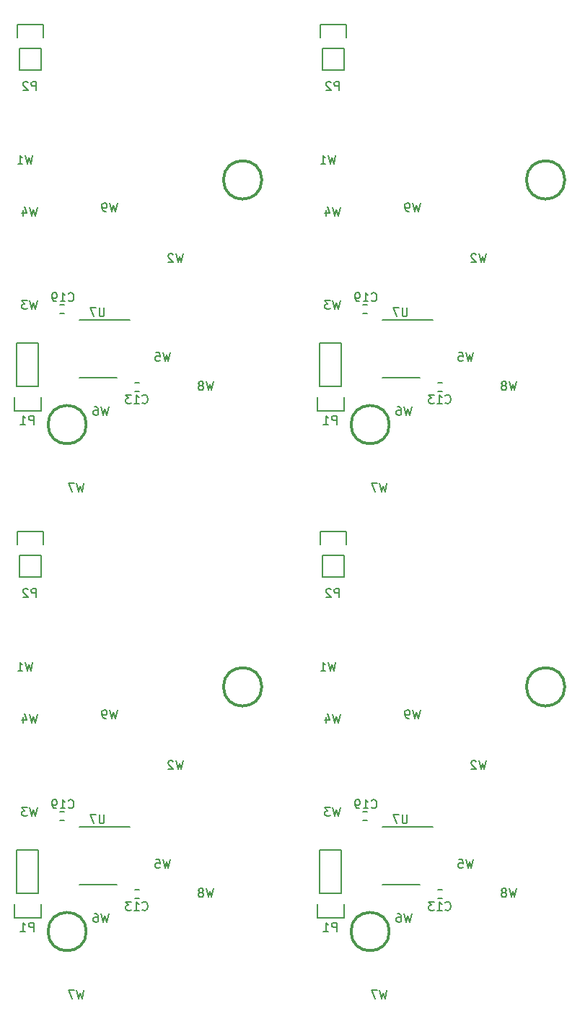
<source format=gbr>
G04 #@! TF.FileFunction,Legend,Bot*
%FSLAX46Y46*%
G04 Gerber Fmt 4.6, Leading zero omitted, Abs format (unit mm)*
G04 Created by KiCad (PCBNEW 0.201602161416+6560~42~ubuntu15.10.1-product) date Wed 17 Feb 2016 03:47:36 PM EST*
%MOMM*%
G01*
G04 APERTURE LIST*
%ADD10C,0.100000*%
%ADD11C,0.307000*%
%ADD12C,0.150000*%
%ADD13C,0.127000*%
G04 APERTURE END LIST*
D10*
D11*
X78153000Y-90854000D02*
G75*
G03X78153000Y-90854000I-2250000J0D01*
G01*
X57553000Y-119544000D02*
G75*
G03X57553000Y-119544000I-2250000J0D01*
G01*
D12*
X61182000Y-114043400D02*
X56732000Y-114043400D01*
X62707000Y-107293400D02*
X56732000Y-107293400D01*
X54936200Y-106469200D02*
X54436200Y-106469200D01*
X54436200Y-105519200D02*
X54936200Y-105519200D01*
X63775400Y-115613200D02*
X63275400Y-115613200D01*
X63275400Y-114663200D02*
X63775400Y-114663200D01*
X49707800Y-75463400D02*
X49707800Y-78003400D01*
X49427800Y-72643400D02*
X49427800Y-74193400D01*
X49707800Y-75463400D02*
X52247800Y-75463400D01*
X52527800Y-74193400D02*
X52527800Y-72643400D01*
X52527800Y-72643400D02*
X49427800Y-72643400D01*
X52247800Y-75463400D02*
X52247800Y-78003400D01*
X52247800Y-78003400D02*
X49707800Y-78003400D01*
X49403000Y-115087400D02*
X49403000Y-110007400D01*
X49403000Y-110007400D02*
X51943000Y-110007400D01*
X51943000Y-110007400D02*
X51943000Y-115087400D01*
X52223000Y-117907400D02*
X52223000Y-116357400D01*
X51943000Y-115087400D02*
X49403000Y-115087400D01*
X49123000Y-116357400D02*
X49123000Y-117907400D01*
X49123000Y-117907400D02*
X52223000Y-117907400D01*
D11*
X78153000Y-31418000D02*
G75*
G03X78153000Y-31418000I-2250000J0D01*
G01*
X57553000Y-60108000D02*
G75*
G03X57553000Y-60108000I-2250000J0D01*
G01*
D12*
X61182000Y-54607400D02*
X56732000Y-54607400D01*
X62707000Y-47857400D02*
X56732000Y-47857400D01*
X54936200Y-47033200D02*
X54436200Y-47033200D01*
X54436200Y-46083200D02*
X54936200Y-46083200D01*
X63775400Y-56177200D02*
X63275400Y-56177200D01*
X63275400Y-55227200D02*
X63775400Y-55227200D01*
X49707800Y-16027400D02*
X49707800Y-18567400D01*
X49427800Y-13207400D02*
X49427800Y-14757400D01*
X49707800Y-16027400D02*
X52247800Y-16027400D01*
X52527800Y-14757400D02*
X52527800Y-13207400D01*
X52527800Y-13207400D02*
X49427800Y-13207400D01*
X52247800Y-16027400D02*
X52247800Y-18567400D01*
X52247800Y-18567400D02*
X49707800Y-18567400D01*
X49403000Y-55651400D02*
X49403000Y-50571400D01*
X49403000Y-50571400D02*
X51943000Y-50571400D01*
X51943000Y-50571400D02*
X51943000Y-55651400D01*
X52223000Y-58471400D02*
X52223000Y-56921400D01*
X51943000Y-55651400D02*
X49403000Y-55651400D01*
X49123000Y-56921400D02*
X49123000Y-58471400D01*
X49123000Y-58471400D02*
X52223000Y-58471400D01*
D11*
X42593000Y-90854000D02*
G75*
G03X42593000Y-90854000I-2250000J0D01*
G01*
X21993000Y-119544000D02*
G75*
G03X21993000Y-119544000I-2250000J0D01*
G01*
D12*
X25622000Y-114043400D02*
X21172000Y-114043400D01*
X27147000Y-107293400D02*
X21172000Y-107293400D01*
X19376200Y-106469200D02*
X18876200Y-106469200D01*
X18876200Y-105519200D02*
X19376200Y-105519200D01*
X28215400Y-115613200D02*
X27715400Y-115613200D01*
X27715400Y-114663200D02*
X28215400Y-114663200D01*
X14147800Y-75463400D02*
X14147800Y-78003400D01*
X13867800Y-72643400D02*
X13867800Y-74193400D01*
X14147800Y-75463400D02*
X16687800Y-75463400D01*
X16967800Y-74193400D02*
X16967800Y-72643400D01*
X16967800Y-72643400D02*
X13867800Y-72643400D01*
X16687800Y-75463400D02*
X16687800Y-78003400D01*
X16687800Y-78003400D02*
X14147800Y-78003400D01*
X13843000Y-115087400D02*
X13843000Y-110007400D01*
X13843000Y-110007400D02*
X16383000Y-110007400D01*
X16383000Y-110007400D02*
X16383000Y-115087400D01*
X16663000Y-117907400D02*
X16663000Y-116357400D01*
X16383000Y-115087400D02*
X13843000Y-115087400D01*
X13563000Y-116357400D02*
X13563000Y-117907400D01*
X13563000Y-117907400D02*
X16663000Y-117907400D01*
X13843000Y-55651400D02*
X13843000Y-50571400D01*
X13843000Y-50571400D02*
X16383000Y-50571400D01*
X16383000Y-50571400D02*
X16383000Y-55651400D01*
X16663000Y-58471400D02*
X16663000Y-56921400D01*
X16383000Y-55651400D02*
X13843000Y-55651400D01*
X13563000Y-56921400D02*
X13563000Y-58471400D01*
X13563000Y-58471400D02*
X16663000Y-58471400D01*
X14147800Y-16027400D02*
X14147800Y-18567400D01*
X13867800Y-13207400D02*
X13867800Y-14757400D01*
X14147800Y-16027400D02*
X16687800Y-16027400D01*
X16967800Y-14757400D02*
X16967800Y-13207400D01*
X16967800Y-13207400D02*
X13867800Y-13207400D01*
X16687800Y-16027400D02*
X16687800Y-18567400D01*
X16687800Y-18567400D02*
X14147800Y-18567400D01*
X28215400Y-56177200D02*
X27715400Y-56177200D01*
X27715400Y-55227200D02*
X28215400Y-55227200D01*
X19376200Y-47033200D02*
X18876200Y-47033200D01*
X18876200Y-46083200D02*
X19376200Y-46083200D01*
X25622000Y-54607400D02*
X21172000Y-54607400D01*
X27147000Y-47857400D02*
X21172000Y-47857400D01*
D11*
X42593000Y-31418000D02*
G75*
G03X42593000Y-31418000I-2250000J0D01*
G01*
X21993000Y-60108000D02*
G75*
G03X21993000Y-60108000I-2250000J0D01*
G01*
D12*
X51272962Y-87971381D02*
X51034867Y-88971381D01*
X50844390Y-88257095D01*
X50653914Y-88971381D01*
X50415819Y-87971381D01*
X49511057Y-88971381D02*
X50082486Y-88971381D01*
X49796772Y-88971381D02*
X49796772Y-87971381D01*
X49892010Y-88114238D01*
X49987248Y-88209476D01*
X50082486Y-88257095D01*
D13*
X59651295Y-105869619D02*
X59651295Y-106692095D01*
X59602914Y-106788857D01*
X59554533Y-106837238D01*
X59457771Y-106885619D01*
X59264248Y-106885619D01*
X59167486Y-106837238D01*
X59119105Y-106788857D01*
X59070724Y-106692095D01*
X59070724Y-105869619D01*
X58683676Y-105869619D02*
X58006343Y-105869619D01*
X58441771Y-106885619D01*
X61193438Y-93550619D02*
X60951533Y-94566619D01*
X60758010Y-93840905D01*
X60564486Y-94566619D01*
X60322581Y-93550619D01*
X59887152Y-94566619D02*
X59693628Y-94566619D01*
X59596867Y-94518238D01*
X59548486Y-94469857D01*
X59451724Y-94324714D01*
X59403343Y-94131190D01*
X59403343Y-93744143D01*
X59451724Y-93647381D01*
X59500105Y-93599000D01*
X59596867Y-93550619D01*
X59790390Y-93550619D01*
X59887152Y-93599000D01*
X59935533Y-93647381D01*
X59983914Y-93744143D01*
X59983914Y-93986048D01*
X59935533Y-94082810D01*
X59887152Y-94131190D01*
X59790390Y-94179571D01*
X59596867Y-94179571D01*
X59500105Y-94131190D01*
X59451724Y-94082810D01*
X59403343Y-93986048D01*
X51795438Y-104980619D02*
X51553533Y-105996619D01*
X51360010Y-105270905D01*
X51166486Y-105996619D01*
X50924581Y-104980619D01*
X50634295Y-104980619D02*
X50005343Y-104980619D01*
X50344009Y-105367667D01*
X50198867Y-105367667D01*
X50102105Y-105416048D01*
X50053724Y-105464429D01*
X50005343Y-105561190D01*
X50005343Y-105803095D01*
X50053724Y-105899857D01*
X50102105Y-105948238D01*
X50198867Y-105996619D01*
X50489152Y-105996619D01*
X50585914Y-105948238D01*
X50634295Y-105899857D01*
X55466343Y-105010857D02*
X55514724Y-105059238D01*
X55659867Y-105107619D01*
X55756629Y-105107619D01*
X55901771Y-105059238D01*
X55998533Y-104962476D01*
X56046914Y-104865714D01*
X56095295Y-104672190D01*
X56095295Y-104527048D01*
X56046914Y-104333524D01*
X55998533Y-104236762D01*
X55901771Y-104140000D01*
X55756629Y-104091619D01*
X55659867Y-104091619D01*
X55514724Y-104140000D01*
X55466343Y-104188381D01*
X54498724Y-105107619D02*
X55079295Y-105107619D01*
X54789009Y-105107619D02*
X54789009Y-104091619D01*
X54885771Y-104236762D01*
X54982533Y-104333524D01*
X55079295Y-104381905D01*
X54014914Y-105107619D02*
X53821390Y-105107619D01*
X53724629Y-105059238D01*
X53676248Y-105010857D01*
X53579486Y-104865714D01*
X53531105Y-104672190D01*
X53531105Y-104285143D01*
X53579486Y-104188381D01*
X53627867Y-104140000D01*
X53724629Y-104091619D01*
X53918152Y-104091619D01*
X54014914Y-104140000D01*
X54063295Y-104188381D01*
X54111676Y-104285143D01*
X54111676Y-104527048D01*
X54063295Y-104623810D01*
X54014914Y-104672190D01*
X53918152Y-104720571D01*
X53724629Y-104720571D01*
X53627867Y-104672190D01*
X53579486Y-104623810D01*
X53531105Y-104527048D01*
X64127743Y-116974257D02*
X64176124Y-117022638D01*
X64321267Y-117071019D01*
X64418029Y-117071019D01*
X64563171Y-117022638D01*
X64659933Y-116925876D01*
X64708314Y-116829114D01*
X64756695Y-116635590D01*
X64756695Y-116490448D01*
X64708314Y-116296924D01*
X64659933Y-116200162D01*
X64563171Y-116103400D01*
X64418029Y-116055019D01*
X64321267Y-116055019D01*
X64176124Y-116103400D01*
X64127743Y-116151781D01*
X63160124Y-117071019D02*
X63740695Y-117071019D01*
X63450409Y-117071019D02*
X63450409Y-116055019D01*
X63547171Y-116200162D01*
X63643933Y-116296924D01*
X63740695Y-116345305D01*
X62821457Y-116055019D02*
X62192505Y-116055019D01*
X62531171Y-116442067D01*
X62386029Y-116442067D01*
X62289267Y-116490448D01*
X62240886Y-116538829D01*
X62192505Y-116635590D01*
X62192505Y-116877495D01*
X62240886Y-116974257D01*
X62289267Y-117022638D01*
X62386029Y-117071019D01*
X62676314Y-117071019D01*
X62773076Y-117022638D01*
X62821457Y-116974257D01*
X51676904Y-80342619D02*
X51676904Y-79326619D01*
X51289857Y-79326619D01*
X51193095Y-79375000D01*
X51144714Y-79423381D01*
X51096333Y-79520143D01*
X51096333Y-79665286D01*
X51144714Y-79762048D01*
X51193095Y-79810429D01*
X51289857Y-79858810D01*
X51676904Y-79858810D01*
X50709285Y-79423381D02*
X50660904Y-79375000D01*
X50564142Y-79326619D01*
X50322238Y-79326619D01*
X50225476Y-79375000D01*
X50177095Y-79423381D01*
X50128714Y-79520143D01*
X50128714Y-79616905D01*
X50177095Y-79762048D01*
X50757666Y-80342619D01*
X50128714Y-80342619D01*
X72496438Y-114505619D02*
X72254533Y-115521619D01*
X72061010Y-114795905D01*
X71867486Y-115521619D01*
X71625581Y-114505619D01*
X71093390Y-114941048D02*
X71190152Y-114892667D01*
X71238533Y-114844286D01*
X71286914Y-114747524D01*
X71286914Y-114699143D01*
X71238533Y-114602381D01*
X71190152Y-114554000D01*
X71093390Y-114505619D01*
X70899867Y-114505619D01*
X70803105Y-114554000D01*
X70754724Y-114602381D01*
X70706343Y-114699143D01*
X70706343Y-114747524D01*
X70754724Y-114844286D01*
X70803105Y-114892667D01*
X70899867Y-114941048D01*
X71093390Y-114941048D01*
X71190152Y-114989429D01*
X71238533Y-115037810D01*
X71286914Y-115134571D01*
X71286914Y-115328095D01*
X71238533Y-115424857D01*
X71190152Y-115473238D01*
X71093390Y-115521619D01*
X70899867Y-115521619D01*
X70803105Y-115473238D01*
X70754724Y-115424857D01*
X70706343Y-115328095D01*
X70706343Y-115134571D01*
X70754724Y-115037810D01*
X70803105Y-114989429D01*
X70899867Y-114941048D01*
X57281838Y-126443619D02*
X57039933Y-127459619D01*
X56846410Y-126733905D01*
X56652886Y-127459619D01*
X56410981Y-126443619D01*
X56120695Y-126443619D02*
X55443362Y-126443619D01*
X55878790Y-127459619D01*
X60177438Y-117426619D02*
X59935533Y-118442619D01*
X59742010Y-117716905D01*
X59548486Y-118442619D01*
X59306581Y-117426619D01*
X58484105Y-117426619D02*
X58677628Y-117426619D01*
X58774390Y-117475000D01*
X58822771Y-117523381D01*
X58919533Y-117668524D01*
X58967914Y-117862048D01*
X58967914Y-118249095D01*
X58919533Y-118345857D01*
X58871152Y-118394238D01*
X58774390Y-118442619D01*
X58580867Y-118442619D01*
X58484105Y-118394238D01*
X58435724Y-118345857D01*
X58387343Y-118249095D01*
X58387343Y-118007190D01*
X58435724Y-117910429D01*
X58484105Y-117862048D01*
X58580867Y-117813667D01*
X58774390Y-117813667D01*
X58871152Y-117862048D01*
X58919533Y-117910429D01*
X58967914Y-118007190D01*
X67416438Y-111076619D02*
X67174533Y-112092619D01*
X66981010Y-111366905D01*
X66787486Y-112092619D01*
X66545581Y-111076619D01*
X65674724Y-111076619D02*
X66158533Y-111076619D01*
X66206914Y-111560429D01*
X66158533Y-111512048D01*
X66061771Y-111463667D01*
X65819867Y-111463667D01*
X65723105Y-111512048D01*
X65674724Y-111560429D01*
X65626343Y-111657190D01*
X65626343Y-111899095D01*
X65674724Y-111995857D01*
X65723105Y-112044238D01*
X65819867Y-112092619D01*
X66061771Y-112092619D01*
X66158533Y-112044238D01*
X66206914Y-111995857D01*
X51795438Y-94058619D02*
X51553533Y-95074619D01*
X51360010Y-94348905D01*
X51166486Y-95074619D01*
X50924581Y-94058619D01*
X50102105Y-94397286D02*
X50102105Y-95074619D01*
X50344009Y-94010238D02*
X50585914Y-94735952D01*
X49956962Y-94735952D01*
X68940438Y-99519619D02*
X68698533Y-100535619D01*
X68505010Y-99809905D01*
X68311486Y-100535619D01*
X68069581Y-99519619D01*
X67730914Y-99616381D02*
X67682533Y-99568000D01*
X67585771Y-99519619D01*
X67343867Y-99519619D01*
X67247105Y-99568000D01*
X67198724Y-99616381D01*
X67150343Y-99713143D01*
X67150343Y-99809905D01*
X67198724Y-99955048D01*
X67779295Y-100535619D01*
X67150343Y-100535619D01*
X51372104Y-119509419D02*
X51372104Y-118493419D01*
X50985057Y-118493419D01*
X50888295Y-118541800D01*
X50839914Y-118590181D01*
X50791533Y-118686943D01*
X50791533Y-118832086D01*
X50839914Y-118928848D01*
X50888295Y-118977229D01*
X50985057Y-119025610D01*
X51372104Y-119025610D01*
X49823914Y-119509419D02*
X50404485Y-119509419D01*
X50114199Y-119509419D02*
X50114199Y-118493419D01*
X50210961Y-118638562D01*
X50307723Y-118735324D01*
X50404485Y-118783705D01*
D12*
X51272962Y-28535381D02*
X51034867Y-29535381D01*
X50844390Y-28821095D01*
X50653914Y-29535381D01*
X50415819Y-28535381D01*
X49511057Y-29535381D02*
X50082486Y-29535381D01*
X49796772Y-29535381D02*
X49796772Y-28535381D01*
X49892010Y-28678238D01*
X49987248Y-28773476D01*
X50082486Y-28821095D01*
D13*
X59651295Y-46433619D02*
X59651295Y-47256095D01*
X59602914Y-47352857D01*
X59554533Y-47401238D01*
X59457771Y-47449619D01*
X59264248Y-47449619D01*
X59167486Y-47401238D01*
X59119105Y-47352857D01*
X59070724Y-47256095D01*
X59070724Y-46433619D01*
X58683676Y-46433619D02*
X58006343Y-46433619D01*
X58441771Y-47449619D01*
X61193438Y-34114619D02*
X60951533Y-35130619D01*
X60758010Y-34404905D01*
X60564486Y-35130619D01*
X60322581Y-34114619D01*
X59887152Y-35130619D02*
X59693628Y-35130619D01*
X59596867Y-35082238D01*
X59548486Y-35033857D01*
X59451724Y-34888714D01*
X59403343Y-34695190D01*
X59403343Y-34308143D01*
X59451724Y-34211381D01*
X59500105Y-34163000D01*
X59596867Y-34114619D01*
X59790390Y-34114619D01*
X59887152Y-34163000D01*
X59935533Y-34211381D01*
X59983914Y-34308143D01*
X59983914Y-34550048D01*
X59935533Y-34646810D01*
X59887152Y-34695190D01*
X59790390Y-34743571D01*
X59596867Y-34743571D01*
X59500105Y-34695190D01*
X59451724Y-34646810D01*
X59403343Y-34550048D01*
X51795438Y-45544619D02*
X51553533Y-46560619D01*
X51360010Y-45834905D01*
X51166486Y-46560619D01*
X50924581Y-45544619D01*
X50634295Y-45544619D02*
X50005343Y-45544619D01*
X50344009Y-45931667D01*
X50198867Y-45931667D01*
X50102105Y-45980048D01*
X50053724Y-46028429D01*
X50005343Y-46125190D01*
X50005343Y-46367095D01*
X50053724Y-46463857D01*
X50102105Y-46512238D01*
X50198867Y-46560619D01*
X50489152Y-46560619D01*
X50585914Y-46512238D01*
X50634295Y-46463857D01*
X55466343Y-45574857D02*
X55514724Y-45623238D01*
X55659867Y-45671619D01*
X55756629Y-45671619D01*
X55901771Y-45623238D01*
X55998533Y-45526476D01*
X56046914Y-45429714D01*
X56095295Y-45236190D01*
X56095295Y-45091048D01*
X56046914Y-44897524D01*
X55998533Y-44800762D01*
X55901771Y-44704000D01*
X55756629Y-44655619D01*
X55659867Y-44655619D01*
X55514724Y-44704000D01*
X55466343Y-44752381D01*
X54498724Y-45671619D02*
X55079295Y-45671619D01*
X54789009Y-45671619D02*
X54789009Y-44655619D01*
X54885771Y-44800762D01*
X54982533Y-44897524D01*
X55079295Y-44945905D01*
X54014914Y-45671619D02*
X53821390Y-45671619D01*
X53724629Y-45623238D01*
X53676248Y-45574857D01*
X53579486Y-45429714D01*
X53531105Y-45236190D01*
X53531105Y-44849143D01*
X53579486Y-44752381D01*
X53627867Y-44704000D01*
X53724629Y-44655619D01*
X53918152Y-44655619D01*
X54014914Y-44704000D01*
X54063295Y-44752381D01*
X54111676Y-44849143D01*
X54111676Y-45091048D01*
X54063295Y-45187810D01*
X54014914Y-45236190D01*
X53918152Y-45284571D01*
X53724629Y-45284571D01*
X53627867Y-45236190D01*
X53579486Y-45187810D01*
X53531105Y-45091048D01*
X64127743Y-57538257D02*
X64176124Y-57586638D01*
X64321267Y-57635019D01*
X64418029Y-57635019D01*
X64563171Y-57586638D01*
X64659933Y-57489876D01*
X64708314Y-57393114D01*
X64756695Y-57199590D01*
X64756695Y-57054448D01*
X64708314Y-56860924D01*
X64659933Y-56764162D01*
X64563171Y-56667400D01*
X64418029Y-56619019D01*
X64321267Y-56619019D01*
X64176124Y-56667400D01*
X64127743Y-56715781D01*
X63160124Y-57635019D02*
X63740695Y-57635019D01*
X63450409Y-57635019D02*
X63450409Y-56619019D01*
X63547171Y-56764162D01*
X63643933Y-56860924D01*
X63740695Y-56909305D01*
X62821457Y-56619019D02*
X62192505Y-56619019D01*
X62531171Y-57006067D01*
X62386029Y-57006067D01*
X62289267Y-57054448D01*
X62240886Y-57102829D01*
X62192505Y-57199590D01*
X62192505Y-57441495D01*
X62240886Y-57538257D01*
X62289267Y-57586638D01*
X62386029Y-57635019D01*
X62676314Y-57635019D01*
X62773076Y-57586638D01*
X62821457Y-57538257D01*
X51676904Y-20906619D02*
X51676904Y-19890619D01*
X51289857Y-19890619D01*
X51193095Y-19939000D01*
X51144714Y-19987381D01*
X51096333Y-20084143D01*
X51096333Y-20229286D01*
X51144714Y-20326048D01*
X51193095Y-20374429D01*
X51289857Y-20422810D01*
X51676904Y-20422810D01*
X50709285Y-19987381D02*
X50660904Y-19939000D01*
X50564142Y-19890619D01*
X50322238Y-19890619D01*
X50225476Y-19939000D01*
X50177095Y-19987381D01*
X50128714Y-20084143D01*
X50128714Y-20180905D01*
X50177095Y-20326048D01*
X50757666Y-20906619D01*
X50128714Y-20906619D01*
X72496438Y-55069619D02*
X72254533Y-56085619D01*
X72061010Y-55359905D01*
X71867486Y-56085619D01*
X71625581Y-55069619D01*
X71093390Y-55505048D02*
X71190152Y-55456667D01*
X71238533Y-55408286D01*
X71286914Y-55311524D01*
X71286914Y-55263143D01*
X71238533Y-55166381D01*
X71190152Y-55118000D01*
X71093390Y-55069619D01*
X70899867Y-55069619D01*
X70803105Y-55118000D01*
X70754724Y-55166381D01*
X70706343Y-55263143D01*
X70706343Y-55311524D01*
X70754724Y-55408286D01*
X70803105Y-55456667D01*
X70899867Y-55505048D01*
X71093390Y-55505048D01*
X71190152Y-55553429D01*
X71238533Y-55601810D01*
X71286914Y-55698571D01*
X71286914Y-55892095D01*
X71238533Y-55988857D01*
X71190152Y-56037238D01*
X71093390Y-56085619D01*
X70899867Y-56085619D01*
X70803105Y-56037238D01*
X70754724Y-55988857D01*
X70706343Y-55892095D01*
X70706343Y-55698571D01*
X70754724Y-55601810D01*
X70803105Y-55553429D01*
X70899867Y-55505048D01*
X57281838Y-67007619D02*
X57039933Y-68023619D01*
X56846410Y-67297905D01*
X56652886Y-68023619D01*
X56410981Y-67007619D01*
X56120695Y-67007619D02*
X55443362Y-67007619D01*
X55878790Y-68023619D01*
X60177438Y-57990619D02*
X59935533Y-59006619D01*
X59742010Y-58280905D01*
X59548486Y-59006619D01*
X59306581Y-57990619D01*
X58484105Y-57990619D02*
X58677628Y-57990619D01*
X58774390Y-58039000D01*
X58822771Y-58087381D01*
X58919533Y-58232524D01*
X58967914Y-58426048D01*
X58967914Y-58813095D01*
X58919533Y-58909857D01*
X58871152Y-58958238D01*
X58774390Y-59006619D01*
X58580867Y-59006619D01*
X58484105Y-58958238D01*
X58435724Y-58909857D01*
X58387343Y-58813095D01*
X58387343Y-58571190D01*
X58435724Y-58474429D01*
X58484105Y-58426048D01*
X58580867Y-58377667D01*
X58774390Y-58377667D01*
X58871152Y-58426048D01*
X58919533Y-58474429D01*
X58967914Y-58571190D01*
X67416438Y-51640619D02*
X67174533Y-52656619D01*
X66981010Y-51930905D01*
X66787486Y-52656619D01*
X66545581Y-51640619D01*
X65674724Y-51640619D02*
X66158533Y-51640619D01*
X66206914Y-52124429D01*
X66158533Y-52076048D01*
X66061771Y-52027667D01*
X65819867Y-52027667D01*
X65723105Y-52076048D01*
X65674724Y-52124429D01*
X65626343Y-52221190D01*
X65626343Y-52463095D01*
X65674724Y-52559857D01*
X65723105Y-52608238D01*
X65819867Y-52656619D01*
X66061771Y-52656619D01*
X66158533Y-52608238D01*
X66206914Y-52559857D01*
X51795438Y-34622619D02*
X51553533Y-35638619D01*
X51360010Y-34912905D01*
X51166486Y-35638619D01*
X50924581Y-34622619D01*
X50102105Y-34961286D02*
X50102105Y-35638619D01*
X50344009Y-34574238D02*
X50585914Y-35299952D01*
X49956962Y-35299952D01*
X68940438Y-40083619D02*
X68698533Y-41099619D01*
X68505010Y-40373905D01*
X68311486Y-41099619D01*
X68069581Y-40083619D01*
X67730914Y-40180381D02*
X67682533Y-40132000D01*
X67585771Y-40083619D01*
X67343867Y-40083619D01*
X67247105Y-40132000D01*
X67198724Y-40180381D01*
X67150343Y-40277143D01*
X67150343Y-40373905D01*
X67198724Y-40519048D01*
X67779295Y-41099619D01*
X67150343Y-41099619D01*
X51372104Y-60073419D02*
X51372104Y-59057419D01*
X50985057Y-59057419D01*
X50888295Y-59105800D01*
X50839914Y-59154181D01*
X50791533Y-59250943D01*
X50791533Y-59396086D01*
X50839914Y-59492848D01*
X50888295Y-59541229D01*
X50985057Y-59589610D01*
X51372104Y-59589610D01*
X49823914Y-60073419D02*
X50404485Y-60073419D01*
X50114199Y-60073419D02*
X50114199Y-59057419D01*
X50210961Y-59202562D01*
X50307723Y-59299324D01*
X50404485Y-59347705D01*
D12*
X15712962Y-87971381D02*
X15474867Y-88971381D01*
X15284390Y-88257095D01*
X15093914Y-88971381D01*
X14855819Y-87971381D01*
X13951057Y-88971381D02*
X14522486Y-88971381D01*
X14236772Y-88971381D02*
X14236772Y-87971381D01*
X14332010Y-88114238D01*
X14427248Y-88209476D01*
X14522486Y-88257095D01*
D13*
X24091295Y-105869619D02*
X24091295Y-106692095D01*
X24042914Y-106788857D01*
X23994533Y-106837238D01*
X23897771Y-106885619D01*
X23704248Y-106885619D01*
X23607486Y-106837238D01*
X23559105Y-106788857D01*
X23510724Y-106692095D01*
X23510724Y-105869619D01*
X23123676Y-105869619D02*
X22446343Y-105869619D01*
X22881771Y-106885619D01*
X25633438Y-93550619D02*
X25391533Y-94566619D01*
X25198010Y-93840905D01*
X25004486Y-94566619D01*
X24762581Y-93550619D01*
X24327152Y-94566619D02*
X24133628Y-94566619D01*
X24036867Y-94518238D01*
X23988486Y-94469857D01*
X23891724Y-94324714D01*
X23843343Y-94131190D01*
X23843343Y-93744143D01*
X23891724Y-93647381D01*
X23940105Y-93599000D01*
X24036867Y-93550619D01*
X24230390Y-93550619D01*
X24327152Y-93599000D01*
X24375533Y-93647381D01*
X24423914Y-93744143D01*
X24423914Y-93986048D01*
X24375533Y-94082810D01*
X24327152Y-94131190D01*
X24230390Y-94179571D01*
X24036867Y-94179571D01*
X23940105Y-94131190D01*
X23891724Y-94082810D01*
X23843343Y-93986048D01*
X16235438Y-104980619D02*
X15993533Y-105996619D01*
X15800010Y-105270905D01*
X15606486Y-105996619D01*
X15364581Y-104980619D01*
X15074295Y-104980619D02*
X14445343Y-104980619D01*
X14784009Y-105367667D01*
X14638867Y-105367667D01*
X14542105Y-105416048D01*
X14493724Y-105464429D01*
X14445343Y-105561190D01*
X14445343Y-105803095D01*
X14493724Y-105899857D01*
X14542105Y-105948238D01*
X14638867Y-105996619D01*
X14929152Y-105996619D01*
X15025914Y-105948238D01*
X15074295Y-105899857D01*
X19906343Y-105010857D02*
X19954724Y-105059238D01*
X20099867Y-105107619D01*
X20196629Y-105107619D01*
X20341771Y-105059238D01*
X20438533Y-104962476D01*
X20486914Y-104865714D01*
X20535295Y-104672190D01*
X20535295Y-104527048D01*
X20486914Y-104333524D01*
X20438533Y-104236762D01*
X20341771Y-104140000D01*
X20196629Y-104091619D01*
X20099867Y-104091619D01*
X19954724Y-104140000D01*
X19906343Y-104188381D01*
X18938724Y-105107619D02*
X19519295Y-105107619D01*
X19229009Y-105107619D02*
X19229009Y-104091619D01*
X19325771Y-104236762D01*
X19422533Y-104333524D01*
X19519295Y-104381905D01*
X18454914Y-105107619D02*
X18261390Y-105107619D01*
X18164629Y-105059238D01*
X18116248Y-105010857D01*
X18019486Y-104865714D01*
X17971105Y-104672190D01*
X17971105Y-104285143D01*
X18019486Y-104188381D01*
X18067867Y-104140000D01*
X18164629Y-104091619D01*
X18358152Y-104091619D01*
X18454914Y-104140000D01*
X18503295Y-104188381D01*
X18551676Y-104285143D01*
X18551676Y-104527048D01*
X18503295Y-104623810D01*
X18454914Y-104672190D01*
X18358152Y-104720571D01*
X18164629Y-104720571D01*
X18067867Y-104672190D01*
X18019486Y-104623810D01*
X17971105Y-104527048D01*
X28567743Y-116974257D02*
X28616124Y-117022638D01*
X28761267Y-117071019D01*
X28858029Y-117071019D01*
X29003171Y-117022638D01*
X29099933Y-116925876D01*
X29148314Y-116829114D01*
X29196695Y-116635590D01*
X29196695Y-116490448D01*
X29148314Y-116296924D01*
X29099933Y-116200162D01*
X29003171Y-116103400D01*
X28858029Y-116055019D01*
X28761267Y-116055019D01*
X28616124Y-116103400D01*
X28567743Y-116151781D01*
X27600124Y-117071019D02*
X28180695Y-117071019D01*
X27890409Y-117071019D02*
X27890409Y-116055019D01*
X27987171Y-116200162D01*
X28083933Y-116296924D01*
X28180695Y-116345305D01*
X27261457Y-116055019D02*
X26632505Y-116055019D01*
X26971171Y-116442067D01*
X26826029Y-116442067D01*
X26729267Y-116490448D01*
X26680886Y-116538829D01*
X26632505Y-116635590D01*
X26632505Y-116877495D01*
X26680886Y-116974257D01*
X26729267Y-117022638D01*
X26826029Y-117071019D01*
X27116314Y-117071019D01*
X27213076Y-117022638D01*
X27261457Y-116974257D01*
X16116904Y-80342619D02*
X16116904Y-79326619D01*
X15729857Y-79326619D01*
X15633095Y-79375000D01*
X15584714Y-79423381D01*
X15536333Y-79520143D01*
X15536333Y-79665286D01*
X15584714Y-79762048D01*
X15633095Y-79810429D01*
X15729857Y-79858810D01*
X16116904Y-79858810D01*
X15149285Y-79423381D02*
X15100904Y-79375000D01*
X15004142Y-79326619D01*
X14762238Y-79326619D01*
X14665476Y-79375000D01*
X14617095Y-79423381D01*
X14568714Y-79520143D01*
X14568714Y-79616905D01*
X14617095Y-79762048D01*
X15197666Y-80342619D01*
X14568714Y-80342619D01*
X36936438Y-114505619D02*
X36694533Y-115521619D01*
X36501010Y-114795905D01*
X36307486Y-115521619D01*
X36065581Y-114505619D01*
X35533390Y-114941048D02*
X35630152Y-114892667D01*
X35678533Y-114844286D01*
X35726914Y-114747524D01*
X35726914Y-114699143D01*
X35678533Y-114602381D01*
X35630152Y-114554000D01*
X35533390Y-114505619D01*
X35339867Y-114505619D01*
X35243105Y-114554000D01*
X35194724Y-114602381D01*
X35146343Y-114699143D01*
X35146343Y-114747524D01*
X35194724Y-114844286D01*
X35243105Y-114892667D01*
X35339867Y-114941048D01*
X35533390Y-114941048D01*
X35630152Y-114989429D01*
X35678533Y-115037810D01*
X35726914Y-115134571D01*
X35726914Y-115328095D01*
X35678533Y-115424857D01*
X35630152Y-115473238D01*
X35533390Y-115521619D01*
X35339867Y-115521619D01*
X35243105Y-115473238D01*
X35194724Y-115424857D01*
X35146343Y-115328095D01*
X35146343Y-115134571D01*
X35194724Y-115037810D01*
X35243105Y-114989429D01*
X35339867Y-114941048D01*
X21721838Y-126443619D02*
X21479933Y-127459619D01*
X21286410Y-126733905D01*
X21092886Y-127459619D01*
X20850981Y-126443619D01*
X20560695Y-126443619D02*
X19883362Y-126443619D01*
X20318790Y-127459619D01*
X24617438Y-117426619D02*
X24375533Y-118442619D01*
X24182010Y-117716905D01*
X23988486Y-118442619D01*
X23746581Y-117426619D01*
X22924105Y-117426619D02*
X23117628Y-117426619D01*
X23214390Y-117475000D01*
X23262771Y-117523381D01*
X23359533Y-117668524D01*
X23407914Y-117862048D01*
X23407914Y-118249095D01*
X23359533Y-118345857D01*
X23311152Y-118394238D01*
X23214390Y-118442619D01*
X23020867Y-118442619D01*
X22924105Y-118394238D01*
X22875724Y-118345857D01*
X22827343Y-118249095D01*
X22827343Y-118007190D01*
X22875724Y-117910429D01*
X22924105Y-117862048D01*
X23020867Y-117813667D01*
X23214390Y-117813667D01*
X23311152Y-117862048D01*
X23359533Y-117910429D01*
X23407914Y-118007190D01*
X31856438Y-111076619D02*
X31614533Y-112092619D01*
X31421010Y-111366905D01*
X31227486Y-112092619D01*
X30985581Y-111076619D01*
X30114724Y-111076619D02*
X30598533Y-111076619D01*
X30646914Y-111560429D01*
X30598533Y-111512048D01*
X30501771Y-111463667D01*
X30259867Y-111463667D01*
X30163105Y-111512048D01*
X30114724Y-111560429D01*
X30066343Y-111657190D01*
X30066343Y-111899095D01*
X30114724Y-111995857D01*
X30163105Y-112044238D01*
X30259867Y-112092619D01*
X30501771Y-112092619D01*
X30598533Y-112044238D01*
X30646914Y-111995857D01*
X16235438Y-94058619D02*
X15993533Y-95074619D01*
X15800010Y-94348905D01*
X15606486Y-95074619D01*
X15364581Y-94058619D01*
X14542105Y-94397286D02*
X14542105Y-95074619D01*
X14784009Y-94010238D02*
X15025914Y-94735952D01*
X14396962Y-94735952D01*
X33380438Y-99519619D02*
X33138533Y-100535619D01*
X32945010Y-99809905D01*
X32751486Y-100535619D01*
X32509581Y-99519619D01*
X32170914Y-99616381D02*
X32122533Y-99568000D01*
X32025771Y-99519619D01*
X31783867Y-99519619D01*
X31687105Y-99568000D01*
X31638724Y-99616381D01*
X31590343Y-99713143D01*
X31590343Y-99809905D01*
X31638724Y-99955048D01*
X32219295Y-100535619D01*
X31590343Y-100535619D01*
X15812104Y-119509419D02*
X15812104Y-118493419D01*
X15425057Y-118493419D01*
X15328295Y-118541800D01*
X15279914Y-118590181D01*
X15231533Y-118686943D01*
X15231533Y-118832086D01*
X15279914Y-118928848D01*
X15328295Y-118977229D01*
X15425057Y-119025610D01*
X15812104Y-119025610D01*
X14263914Y-119509419D02*
X14844485Y-119509419D01*
X14554199Y-119509419D02*
X14554199Y-118493419D01*
X14650961Y-118638562D01*
X14747723Y-118735324D01*
X14844485Y-118783705D01*
X15812104Y-60073419D02*
X15812104Y-59057419D01*
X15425057Y-59057419D01*
X15328295Y-59105800D01*
X15279914Y-59154181D01*
X15231533Y-59250943D01*
X15231533Y-59396086D01*
X15279914Y-59492848D01*
X15328295Y-59541229D01*
X15425057Y-59589610D01*
X15812104Y-59589610D01*
X14263914Y-60073419D02*
X14844485Y-60073419D01*
X14554199Y-60073419D02*
X14554199Y-59057419D01*
X14650961Y-59202562D01*
X14747723Y-59299324D01*
X14844485Y-59347705D01*
X33380438Y-40083619D02*
X33138533Y-41099619D01*
X32945010Y-40373905D01*
X32751486Y-41099619D01*
X32509581Y-40083619D01*
X32170914Y-40180381D02*
X32122533Y-40132000D01*
X32025771Y-40083619D01*
X31783867Y-40083619D01*
X31687105Y-40132000D01*
X31638724Y-40180381D01*
X31590343Y-40277143D01*
X31590343Y-40373905D01*
X31638724Y-40519048D01*
X32219295Y-41099619D01*
X31590343Y-41099619D01*
X16235438Y-34622619D02*
X15993533Y-35638619D01*
X15800010Y-34912905D01*
X15606486Y-35638619D01*
X15364581Y-34622619D01*
X14542105Y-34961286D02*
X14542105Y-35638619D01*
X14784009Y-34574238D02*
X15025914Y-35299952D01*
X14396962Y-35299952D01*
X31856438Y-51640619D02*
X31614533Y-52656619D01*
X31421010Y-51930905D01*
X31227486Y-52656619D01*
X30985581Y-51640619D01*
X30114724Y-51640619D02*
X30598533Y-51640619D01*
X30646914Y-52124429D01*
X30598533Y-52076048D01*
X30501771Y-52027667D01*
X30259867Y-52027667D01*
X30163105Y-52076048D01*
X30114724Y-52124429D01*
X30066343Y-52221190D01*
X30066343Y-52463095D01*
X30114724Y-52559857D01*
X30163105Y-52608238D01*
X30259867Y-52656619D01*
X30501771Y-52656619D01*
X30598533Y-52608238D01*
X30646914Y-52559857D01*
X24617438Y-57990619D02*
X24375533Y-59006619D01*
X24182010Y-58280905D01*
X23988486Y-59006619D01*
X23746581Y-57990619D01*
X22924105Y-57990619D02*
X23117628Y-57990619D01*
X23214390Y-58039000D01*
X23262771Y-58087381D01*
X23359533Y-58232524D01*
X23407914Y-58426048D01*
X23407914Y-58813095D01*
X23359533Y-58909857D01*
X23311152Y-58958238D01*
X23214390Y-59006619D01*
X23020867Y-59006619D01*
X22924105Y-58958238D01*
X22875724Y-58909857D01*
X22827343Y-58813095D01*
X22827343Y-58571190D01*
X22875724Y-58474429D01*
X22924105Y-58426048D01*
X23020867Y-58377667D01*
X23214390Y-58377667D01*
X23311152Y-58426048D01*
X23359533Y-58474429D01*
X23407914Y-58571190D01*
X21721838Y-67007619D02*
X21479933Y-68023619D01*
X21286410Y-67297905D01*
X21092886Y-68023619D01*
X20850981Y-67007619D01*
X20560695Y-67007619D02*
X19883362Y-67007619D01*
X20318790Y-68023619D01*
X36936438Y-55069619D02*
X36694533Y-56085619D01*
X36501010Y-55359905D01*
X36307486Y-56085619D01*
X36065581Y-55069619D01*
X35533390Y-55505048D02*
X35630152Y-55456667D01*
X35678533Y-55408286D01*
X35726914Y-55311524D01*
X35726914Y-55263143D01*
X35678533Y-55166381D01*
X35630152Y-55118000D01*
X35533390Y-55069619D01*
X35339867Y-55069619D01*
X35243105Y-55118000D01*
X35194724Y-55166381D01*
X35146343Y-55263143D01*
X35146343Y-55311524D01*
X35194724Y-55408286D01*
X35243105Y-55456667D01*
X35339867Y-55505048D01*
X35533390Y-55505048D01*
X35630152Y-55553429D01*
X35678533Y-55601810D01*
X35726914Y-55698571D01*
X35726914Y-55892095D01*
X35678533Y-55988857D01*
X35630152Y-56037238D01*
X35533390Y-56085619D01*
X35339867Y-56085619D01*
X35243105Y-56037238D01*
X35194724Y-55988857D01*
X35146343Y-55892095D01*
X35146343Y-55698571D01*
X35194724Y-55601810D01*
X35243105Y-55553429D01*
X35339867Y-55505048D01*
X16116904Y-20906619D02*
X16116904Y-19890619D01*
X15729857Y-19890619D01*
X15633095Y-19939000D01*
X15584714Y-19987381D01*
X15536333Y-20084143D01*
X15536333Y-20229286D01*
X15584714Y-20326048D01*
X15633095Y-20374429D01*
X15729857Y-20422810D01*
X16116904Y-20422810D01*
X15149285Y-19987381D02*
X15100904Y-19939000D01*
X15004142Y-19890619D01*
X14762238Y-19890619D01*
X14665476Y-19939000D01*
X14617095Y-19987381D01*
X14568714Y-20084143D01*
X14568714Y-20180905D01*
X14617095Y-20326048D01*
X15197666Y-20906619D01*
X14568714Y-20906619D01*
X28567743Y-57538257D02*
X28616124Y-57586638D01*
X28761267Y-57635019D01*
X28858029Y-57635019D01*
X29003171Y-57586638D01*
X29099933Y-57489876D01*
X29148314Y-57393114D01*
X29196695Y-57199590D01*
X29196695Y-57054448D01*
X29148314Y-56860924D01*
X29099933Y-56764162D01*
X29003171Y-56667400D01*
X28858029Y-56619019D01*
X28761267Y-56619019D01*
X28616124Y-56667400D01*
X28567743Y-56715781D01*
X27600124Y-57635019D02*
X28180695Y-57635019D01*
X27890409Y-57635019D02*
X27890409Y-56619019D01*
X27987171Y-56764162D01*
X28083933Y-56860924D01*
X28180695Y-56909305D01*
X27261457Y-56619019D02*
X26632505Y-56619019D01*
X26971171Y-57006067D01*
X26826029Y-57006067D01*
X26729267Y-57054448D01*
X26680886Y-57102829D01*
X26632505Y-57199590D01*
X26632505Y-57441495D01*
X26680886Y-57538257D01*
X26729267Y-57586638D01*
X26826029Y-57635019D01*
X27116314Y-57635019D01*
X27213076Y-57586638D01*
X27261457Y-57538257D01*
X19906343Y-45574857D02*
X19954724Y-45623238D01*
X20099867Y-45671619D01*
X20196629Y-45671619D01*
X20341771Y-45623238D01*
X20438533Y-45526476D01*
X20486914Y-45429714D01*
X20535295Y-45236190D01*
X20535295Y-45091048D01*
X20486914Y-44897524D01*
X20438533Y-44800762D01*
X20341771Y-44704000D01*
X20196629Y-44655619D01*
X20099867Y-44655619D01*
X19954724Y-44704000D01*
X19906343Y-44752381D01*
X18938724Y-45671619D02*
X19519295Y-45671619D01*
X19229009Y-45671619D02*
X19229009Y-44655619D01*
X19325771Y-44800762D01*
X19422533Y-44897524D01*
X19519295Y-44945905D01*
X18454914Y-45671619D02*
X18261390Y-45671619D01*
X18164629Y-45623238D01*
X18116248Y-45574857D01*
X18019486Y-45429714D01*
X17971105Y-45236190D01*
X17971105Y-44849143D01*
X18019486Y-44752381D01*
X18067867Y-44704000D01*
X18164629Y-44655619D01*
X18358152Y-44655619D01*
X18454914Y-44704000D01*
X18503295Y-44752381D01*
X18551676Y-44849143D01*
X18551676Y-45091048D01*
X18503295Y-45187810D01*
X18454914Y-45236190D01*
X18358152Y-45284571D01*
X18164629Y-45284571D01*
X18067867Y-45236190D01*
X18019486Y-45187810D01*
X17971105Y-45091048D01*
X16235438Y-45544619D02*
X15993533Y-46560619D01*
X15800010Y-45834905D01*
X15606486Y-46560619D01*
X15364581Y-45544619D01*
X15074295Y-45544619D02*
X14445343Y-45544619D01*
X14784009Y-45931667D01*
X14638867Y-45931667D01*
X14542105Y-45980048D01*
X14493724Y-46028429D01*
X14445343Y-46125190D01*
X14445343Y-46367095D01*
X14493724Y-46463857D01*
X14542105Y-46512238D01*
X14638867Y-46560619D01*
X14929152Y-46560619D01*
X15025914Y-46512238D01*
X15074295Y-46463857D01*
X25633438Y-34114619D02*
X25391533Y-35130619D01*
X25198010Y-34404905D01*
X25004486Y-35130619D01*
X24762581Y-34114619D01*
X24327152Y-35130619D02*
X24133628Y-35130619D01*
X24036867Y-35082238D01*
X23988486Y-35033857D01*
X23891724Y-34888714D01*
X23843343Y-34695190D01*
X23843343Y-34308143D01*
X23891724Y-34211381D01*
X23940105Y-34163000D01*
X24036867Y-34114619D01*
X24230390Y-34114619D01*
X24327152Y-34163000D01*
X24375533Y-34211381D01*
X24423914Y-34308143D01*
X24423914Y-34550048D01*
X24375533Y-34646810D01*
X24327152Y-34695190D01*
X24230390Y-34743571D01*
X24036867Y-34743571D01*
X23940105Y-34695190D01*
X23891724Y-34646810D01*
X23843343Y-34550048D01*
X24091295Y-46433619D02*
X24091295Y-47256095D01*
X24042914Y-47352857D01*
X23994533Y-47401238D01*
X23897771Y-47449619D01*
X23704248Y-47449619D01*
X23607486Y-47401238D01*
X23559105Y-47352857D01*
X23510724Y-47256095D01*
X23510724Y-46433619D01*
X23123676Y-46433619D02*
X22446343Y-46433619D01*
X22881771Y-47449619D01*
D12*
X15712962Y-28535381D02*
X15474867Y-29535381D01*
X15284390Y-28821095D01*
X15093914Y-29535381D01*
X14855819Y-28535381D01*
X13951057Y-29535381D02*
X14522486Y-29535381D01*
X14236772Y-29535381D02*
X14236772Y-28535381D01*
X14332010Y-28678238D01*
X14427248Y-28773476D01*
X14522486Y-28821095D01*
M02*

</source>
